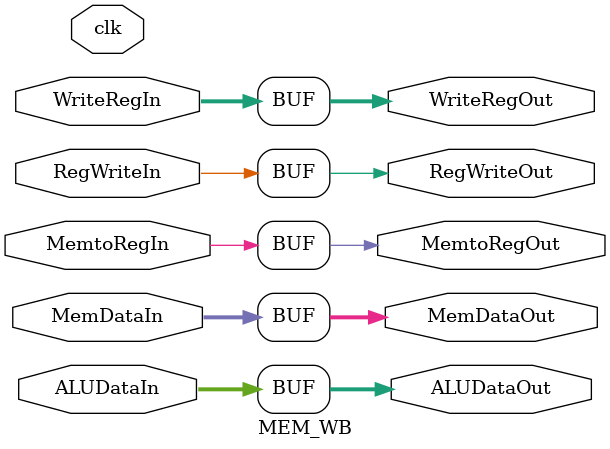
<source format=v>
`timescale 1ns / 1ps
module MEM_WB(
	input clk,
	input [31:0] MemDataIn,
	input	[31:0] ALUDataIn,
	input [4:0] WriteRegIn,
	input	RegWriteIn,
	input MemtoRegIn,
	output reg [31:0] MemDataOut,
	output reg [31:0] ALUDataOut,
	output reg [4:0] WriteRegOut,
	output reg	RegWriteOut,
	output reg MemtoRegOut
    );

always@(clk)
begin
	MemDataOut<=MemDataIn;
	ALUDataOut<=ALUDataIn;
	WriteRegOut<=WriteRegIn;
	RegWriteOut<=RegWriteIn;
	MemtoRegOut<=MemtoRegIn;
end


endmodule
</source>
